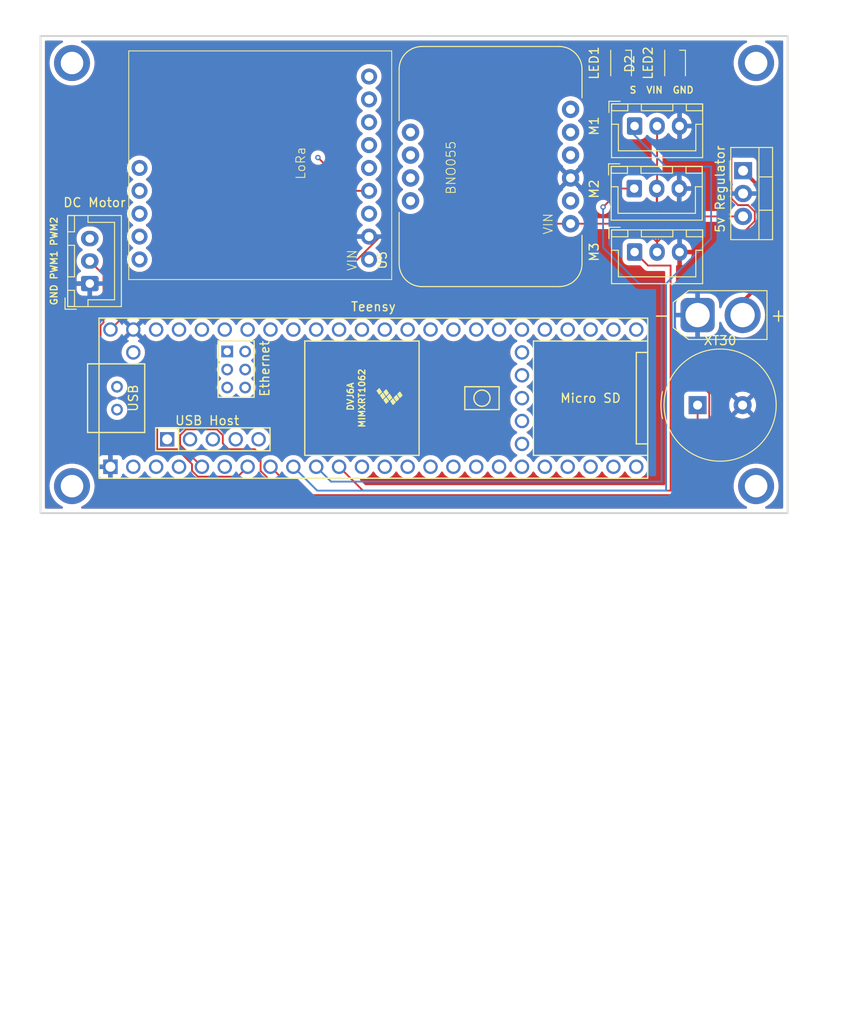
<source format=kicad_pcb>
(kicad_pcb (version 20240108) (generator "pcbnew") (generator_version "8.0")
  (layers (0 "F.Cu" signal) (1 "In1.Cu" signal) (2 "In2.Cu" signal) (31 "B.Cu" signal) (34 "B.Paste" user) (35 "F.Paste" user) (36 "B.SilkS" user "B.Silkscreen") (37 "F.SilkS" user "F.Silkscreen") (38 "B.Mask" user) (39 "F.Mask" user) (44 "Edge.Cuts" user))
  (net 0 "")
  (net 1 "Net-(D1-DOUT)")
  (net 2 "+7.5V")
  (net 3 "Net-(D1-DIN)")
  (net 4 "GND")
  (net 6 "Net-(J1-Pin_22)")
  (net 7 "Net-(J1-Pin_20)")
  (net 8 "Net-(J1-Pin_3)")
  (net 9 "Net-(J1-Pin_2)")
  (net 10 "Net-(J1-Pin_21)")
  (net 11 "Net-(J1-Pin_11)")
  (net 12 "Net-(J1-Pin_23)")
  (net 13 "Net-(J1-Pin_16)")
  (net 14 "Net-(BZ1-+)")
  (net 15 "Net-(J1-Pin_24)")
  (net 16 "Net-(J1-Pin_13)")
  (net 17 "Net-(J1-Pin_9)")
  (net 18 "Net-(J1-Pin_4)")
  (net 19 "Net-(J1-Pin_18)")
  (net 20 "Net-(J1-Pin_14)")
  (net 21 "Net-(J1-Pin_17)")
  (net 22 "Net-(J1-Pin_15)")
  (net 23 "Net-(J1-Pin_12)")
  (net 24 "Net-(J1-Pin_10)")
  (net 25 "Net-(J1-Pin_19)")
  (net 26 "Net-(J2-Pin_1)")
  (net 27 "Net-(J2-Pin_4)")
  (net 28 "Net-(J2-Pin_20)")
  (net 29 "Net-(J2-Pin_6)")
  (net 30 "Net-(J2-Pin_17)")
  (net 31 "Net-(J2-Pin_5)")
  (net 32 "Net-(J2-Pin_3)")
  (net 33 "Net-(J2-Pin_14)")
  (net 34 "Net-(J2-Pin_11)")
  (net 35 "Net-(J2-Pin_19)")
  (net 36 "Net-(J2-Pin_13)")
  (net 37 "Net-(J2-Pin_15)")
  (net 38 "Net-(J2-Pin_9)")
  (net 39 "Net-(J2-Pin_12)")
  (net 40 "Net-(J2-Pin_21)")
  (net 41 "Net-(J2-Pin_8)")
  (net 42 "Net-(J2-Pin_10)")
  (net 43 "Net-(J2-Pin_23)")
  (net 44 "Net-(J2-Pin_7)")
  (net 45 "Net-(J2-Pin_2)")
  (net 46 "Net-(J2-Pin_22)")
  (net 47 "Net-(J2-Pin_16)")
  (net 48 "Net-(J2-Pin_18)")
  (net 68 "Net-(M1-+)")
  (footprint "LoRa_RF95:LoRa_RF95 Breakout" (layer "F.Cu") (at 131.6396 75.1012 90)
    (property "Reference" "U3" (hide yes))
    (property "Value" "~")
    (fp_line (start 12.446 -13.335) (end 12.446 15.875) (stroke (width 0.1)) (layer "F.SilkS"))
    (fp_line (start -12.954 -13.335) (end 12.446 -13.335) (stroke (width 0.1)) (layer "F.SilkS"))
    (fp_line (start 12.446 15.875) (end -12.954 15.875) (stroke (width 0.1)) (layer "F.SilkS"))
    (fp_line (start -12.954 15.875) (end -12.954 -13.335) (stroke (width 0.1)) (layer "F.SilkS"))
    (fp_text user "LoRa" (at -1.905 6.35 90) (layer "F.SilkS") (effects (font (thickness 0.1)) (justify left bottom)))
    (fp_text user "VIN" (at -12.065 12.065 90) (layer "F.SilkS") (effects (font (thickness 0.1)) (justify left bottom)))
    (pad "1" thru_hole circle (at -10.7188 -12.1412 180) (size 1.778 1.778) (drill 1) (layers "*.Cu" "*.Mask"))
    (pad "1" thru_hole circle (at -10.7188 13.3604 180) (size 1.778 1.778) (drill 1) (layers "*.Cu" "*.Mask") (net 68 "Net-(M1-+)"))
    (pad "2" thru_hole circle (at -8.1788 -12.1412 180) (size 1.778 1.778) (drill 1) (layers "*.Cu" "*.Mask"))
    (pad "2" thru_hole circle (at -8.1788 13.3604 180) (size 1.778 1.778) (drill 1) (layers "*.Cu" "*.Mask") (net 4 "GND"))
    (pad "3" thru_hole circle (at -5.6388 -12.1412 180) (size 1.778 1.778) (drill 1) (layers "*.Cu" "*.Mask"))
    (pad "3" thru_hole circle (at -5.6388 13.3604 180) (size 1.778 1.778) (drill 1) (layers "*.Cu" "*.Mask"))
    (pad "4" thru_hole circle (at -3.0988 -12.1412 180) (size 1.778 1.778) (drill 1) (layers "*.Cu" "*.Mask"))
    (pad "4" thru_hole circle (at -3.0988 13.3604 180) (size 1.778 1.778) (drill 1) (layers "*.Cu" "*.Mask") (net 8 "Net-(J1-Pin_3)"))
    (pad "5" thru_hole circle (at -0.5588 -12.1412 180) (size 1.778 1.778) (drill 1) (layers "*.Cu" "*.Mask"))
    (pad "5" thru_hole circle (at -0.5588 13.3604 180) (size 1.778 1.778) (drill 1) (layers "*.Cu" "*.Mask") (net 34 "Net-(J2-Pin_11)"))
    (pad "6" thru_hole circle (at 1.9812 13.3604 180) (size 1.778 1.778) (drill 1) (layers "*.Cu" "*.Mask") (net 20 "Net-(J1-Pin_14)"))
    (pad "7" thru_hole circle (at 4.5212 13.3604 180) (size 1.778 1.778) (drill 1) (layers "*.Cu" "*.Mask") (net 16 "Net-(J1-Pin_13)"))
    (pad "8" thru_hole circle (at 7.0612 13.3604 180) (size 1.778 1.778) (drill 1) (layers "*.Cu" "*.Mask") (net 23 "Net-(J1-Pin_12)"))
    (pad "9" thru_hole circle (at 9.6012 13.3604 180) (size 1.778 1.778) (drill 1) (layers "*.Cu" "*.Mask") (net 40 "Net-(J2-Pin_21)"))
  )
  (footprint "clipboard:09aa8eb1-a52a-4781-9163-6e5cda99305a" (layer "F.Cu") (at 188 111)
    (property "Reference" "" (at 0 0 0) (layer "F.SilkS") (effects (font (size 1.27 1.27))))
    (property "Value" "")
    (pad "SH4" thru_hole circle (at 0 0) (size 4 4) (drill 2.5) (layers "*.Cu" "*.Mask"))
  )
  (footprint "BNO055:BNO055" (layer "F.Cu") (at 158.5 75.5 90)
    (property "Reference" "U5" (at -10.41 -12.045 90) (layer "F.SilkS"))
    (property "Value" "~")
    (fp_line (start 5.0952 -10.16) (end 10.795 -10.16) (stroke (width 0.127)) (layer "F.SilkS"))
    (fp_line (start -10.795 -10.16) (end -5.0952 -10.16) (stroke (width 0.127)) (layer "F.SilkS"))
    (fp_line (start 13.335 -7.62) (end 13.335 7.62) (stroke (width 0.127)) (layer "F.SilkS"))
    (fp_line (start -13.335 7.62) (end -13.335 -7.62) (stroke (width 0.127)) (layer "F.SilkS"))
    (fp_line (start 10.795 10.16) (end 7.6352 10.16) (stroke (width 0.127)) (layer "F.SilkS"))
    (fp_line (start -7.6352 10.16) (end -10.795 10.16) (stroke (width 0.127)) (layer "F.SilkS"))
    (fp_arc (start 10.795 -10.16) (mid 12.591051 -9.416051) (end 13.335 -7.62) (stroke (width 0.127)) (layer "F.SilkS"))
    (fp_arc (start -13.335 -7.62) (mid -12.591051 -9.416051) (end -10.795 -10.16) (stroke (width 0.127)) (layer "F.SilkS"))
    (fp_arc (start 13.335 7.62) (mid 12.591051 9.416051) (end 10.795 10.16) (stroke (width 0.127)) (layer "F.SilkS"))
    (fp_arc (start -10.795 10.16) (mid -12.591051 9.416051) (end -13.335 7.62) (stroke (width 0.127)) (layer "F.SilkS"))
    (fp_text user "VIN" (at -7.62 6.985 90) (layer "F.SilkS") (effects (font (thickness 0.1)) (justify left bottom)))
    (fp_text user "BNO055" (at -3.175 -3.81 90) (layer "F.SilkS") (effects (font (thickness 0.1)) (justify left bottom)))
    (pad "" thru_hole circle (at 3.81 8.89 90) (size 1.9304 1.9304) (drill 1) (layers "*.Cu" "*.Mask"))
    (pad "1" thru_hole circle (at -6.35 8.89 90) (size 1.9304 1.9304) (drill 1) (layers "*.Cu" "*.Mask") (net 68 "Net-(M1-+)"))
    (pad "2" thru_hole circle (at -3.81 8.89 90) (size 1.9304 1.9304) (drill 1) (layers "*.Cu" "*.Mask"))
    (pad "3" thru_hole circle (at -1.27 8.89 90) (size 1.9304 1.9304) (drill 1) (layers "*.Cu" "*.Mask") (net 4 "GND"))
    (pad "4" thru_hole circle (at 1.27 8.89 90) (size 1.9304 1.9304) (drill 1) (layers "*.Cu" "*.Mask"))
    (pad "6" thru_hole circle (at 6.35 8.89 90) (size 1.9304 1.9304) (drill 1) (layers "*.Cu" "*.Mask"))
    (pad "7" thru_hole circle (at 3.81 -8.89 90) (size 1.9304 1.9304) (drill 1) (layers "*.Cu" "*.Mask") (net 43 "Net-(J2-Pin_23)"))
    (pad "8" thru_hole circle (at 1.27 -8.89 90) (size 1.9304 1.9304) (drill 1) (layers "*.Cu" "*.Mask") (net 48 "Net-(J2-Pin_18)"))
    (pad "9" thru_hole circle (at -1.27 -8.89 90) (size 1.9304 1.9304) (drill 1) (layers "*.Cu" "*.Mask") (net 30 "Net-(J2-Pin_17)"))
    (pad "10" thru_hole circle (at -3.81 -8.89 90) (size 1.9304 1.9304) (drill 1) (layers "*.Cu" "*.Mask"))
  )
  (footprint "Connector_JST:JST_XH_B3B-XH-A_1x03_P2.50mm_Vertical" (layer "F.Cu") (at 113.975 88.5 90)
    (property "Reference" "DC Motor" (at 9 0.525 0) (layer "F.SilkS"))
    (property "Value" "PWM DC motor control")
    (fp_line (start -1.6 -2.75) (end -2.85 -2.75) (stroke (width 0.12)) (layer "F.SilkS"))
    (fp_line (start -2.85 -2.75) (end -2.85 -1.5) (stroke (width 0.12)) (layer "F.SilkS"))
    (fp_line (start 7.56 -2.46) (end -2.56 -2.46) (stroke (width 0.12)) (layer "F.SilkS"))
    (fp_line (start -2.56 -2.46) (end -2.56 3.51) (stroke (width 0.12)) (layer "F.SilkS"))
    (fp_line (start 7.55 -2.45) (end 5.75 -2.45) (stroke (width 0.12)) (layer "F.SilkS"))
    (fp_line (start 5.75 -2.45) (end 5.75 -1.7) (stroke (width 0.12)) (layer "F.SilkS"))
    (fp_line (start 4.25 -2.45) (end 0.75 -2.45) (stroke (width 0.12)) (layer "F.SilkS"))
    (fp_line (start 0.75 -2.45) (end 0.75 -1.7) (stroke (width 0.12)) (layer "F.SilkS"))
    (fp_line (start -0.75 -2.45) (end -2.55 -2.45) (stroke (width 0.12)) (layer "F.SilkS"))
    (fp_line (start -2.55 -2.45) (end -2.55 -1.7) (stroke (width 0.12)) (layer "F.SilkS"))
    (fp_line (start 7.55 -1.7) (end 7.55 -2.45) (stroke (width 0.12)) (layer "F.SilkS"))
    (fp_line (start 5.75 -1.7) (end 7.55 -1.7) (stroke (width 0.12)) (layer "F.SilkS"))
    (fp_line (start 4.25 -1.7) (end 4.25 -2.45) (stroke (width 0.12)) (layer "F.SilkS"))
    (fp_line (start 0.75 -1.7) (end 4.25 -1.7) (stroke (width 0.12)) (layer "F.SilkS"))
    (fp_line (start -0.75 -1.7) (end -0.75 -2.45) (stroke (width 0.12)) (layer "F.SilkS"))
    (fp_line (start -2.55 -1.7) (end -0.75 -1.7) (stroke (width 0.12)) (layer "F.SilkS"))
    (fp_line (start 7.55 -0.2) (end 6.8 -0.2) (stroke (width 0.12)) (layer "F.SilkS"))
    (fp_line (start 6.8 -0.2) (end 6.8 2.75) (stroke (width 0.12)) (layer "F.SilkS"))
    (fp_line (start -1.8 -0.2) (end -1.8 2.75) (stroke (width 0.12)) (layer "F.SilkS"))
    (fp_line (start -2.55 -0.2) (end -1.8 -0.2) (stroke (width 0.12)) (layer "F.SilkS"))
    (fp_line (start 6.8 2.75) (end 2.5 2.75) (stroke (width 0.12)) (layer "F.SilkS"))
    (fp_line (start -1.8 2.75) (end 2.5 2.75) (stroke (width 0.12)) (layer "F.SilkS"))
    (fp_line (start 7.56 3.51) (end 7.56 -2.46) (stroke (width 0.12)) (layer "F.SilkS"))
    (fp_line (start -2.56 3.51) (end 7.56 3.51) (stroke (width 0.12)) (layer "F.SilkS"))
    (pad "1" thru_hole roundrect (at 0 0 90) (size 1.7 1.95) (drill 0.95) (layers "*.Cu" "*.Mask") (roundrect_rratio 0.147059) (net 4 "GND"))
    (pad "2" thru_hole oval (at 2.5 0 90) (size 1.7 1.95) (drill 0.95) (layers "*.Cu" "*.Mask"))
    (pad "3" thru_hole oval (at 5 0 90) (size 1.7 1.95) (drill 0.95) (layers "*.Cu" "*.Mask"))
  )
  (footprint "Connector_AMASS:AMASS_XT30U-F_1x02_P5.0mm_Vertical" (layer "F.Cu") (at 181.5 92)
    (property "Reference" "REF**" (hide yes))
    (property "Value" "AMASS_XT30U-F_1x02_P5.0mm_Vertical" (hide yes))
    (fp_line (start -2.71 -1.41) (end -2.71 1.41) (stroke (width 0.12)) (layer "F.SilkS"))
    (fp_line (start -2.71 -1.41) (end -1.01 -2.71) (stroke (width 0.12)) (layer "F.SilkS"))
    (fp_line (start -2.71 1.41) (end -1.01 2.71) (stroke (width 0.12)) (layer "F.SilkS"))
    (fp_line (start -1.01 -2.71) (end 7.71 -2.71) (stroke (width 0.12)) (layer "F.SilkS"))
    (fp_line (start -1.01 2.71) (end 7.71 2.71) (stroke (width 0.12)) (layer "F.SilkS"))
    (fp_line (start 7.71 -2.71) (end 7.71 2.71) (stroke (width 0.12)) (layer "F.SilkS"))
    (fp_text user "+" (at 9 0 0) (layer "F.SilkS") (effects (font (size 1.5 1.5))))
    (fp_text user "-" (at -4 0 0) (layer "F.SilkS") (effects (font (size 1.5 1.5))))
    (pad "1" thru_hole roundrect (at 0 0) (size 3.8 3.8) (drill 2.7) (layers "*.Cu" "*.Mask") (roundrect_rratio 0.2) (net 4 "GND"))
    (pad "2" thru_hole circle (at 5 0) (size 4 4) (drill 2.7) (layers "*.Cu" "*.Mask"))
  )
  (footprint "Package_TO_SOT_THT:TO-220-3_Vertical" (layer "F.Cu") (at 186.555 75.96 -90)
    (property "Reference" "5v Regulator" (at 2.04 2.555 90) (layer "F.SilkS"))
    (property "Value" "LM7805_TO220")
    (fp_line (start -2.58 1.371) (end 7.66 1.371) (stroke (width 0.12)) (layer "F.SilkS"))
    (fp_line (start -2.58 -1.76) (end 7.66 -1.76) (stroke (width 0.12)) (layer "F.SilkS"))
    (fp_line (start -2.58 -3.27) (end -2.58 1.371) (stroke (width 0.12)) (layer "F.SilkS"))
    (fp_line (start -2.58 -3.27) (end 7.66 -3.27) (stroke (width 0.12)) (layer "F.SilkS"))
    (fp_line (start 0.69 -3.27) (end 0.69 -1.76) (stroke (width 0.12)) (layer "F.SilkS"))
    (fp_line (start 4.391 -3.27) (end 4.391 -1.76) (stroke (width 0.12)) (layer "F.SilkS"))
    (fp_line (start 7.66 -3.27) (end 7.66 1.371) (stroke (width 0.12)) (layer "F.SilkS"))
    (pad "1" thru_hole rect (at 0 0 270) (size 1.905 2) (drill 1.1) (layers "*.Cu" "*.Mask"))
    (pad "2" thru_hole oval (at 2.54 0 270) (size 1.905 2) (drill 1.1) (layers "*.Cu" "*.Mask") (net 4 "GND"))
    (pad "3" thru_hole oval (at 5.08 0 270) (size 1.905 2) (drill 1.1) (layers "*.Cu" "*.Mask") (net 68 "Net-(M1-+)"))
  )
  (footprint "Connector_JST:JST_XH_B3B-XH-A_1x03_P2.50mm_Vertical" (layer "F.Cu") (at 174.5 85)
    (property "Reference" "M3" (at -4.5 0 90) (layer "F.SilkS"))
    (property "Value" "Motor_Servo")
    (fp_line (start -2.85 -2.75) (end -2.85 -1.5) (stroke (width 0.12)) (layer "F.SilkS"))
    (fp_line (start -2.56 -2.46) (end -2.56 3.51) (stroke (width 0.12)) (layer "F.SilkS"))
    (fp_line (start -2.56 3.51) (end 7.56 3.51) (stroke (width 0.12)) (layer "F.SilkS"))
    (fp_line (start -2.55 -2.45) (end -2.55 -1.7) (stroke (width 0.12)) (layer "F.SilkS"))
    (fp_line (start -2.55 -1.7) (end -0.75 -1.7) (stroke (width 0.12)) (layer "F.SilkS"))
    (fp_line (start -2.55 -0.2) (end -1.8 -0.2) (stroke (width 0.12)) (layer "F.SilkS"))
    (fp_line (start -1.8 -0.2) (end -1.8 2.75) (stroke (width 0.12)) (layer "F.SilkS"))
    (fp_line (start -1.8 2.75) (end 2.5 2.75) (stroke (width 0.12)) (layer "F.SilkS"))
    (fp_line (start -1.6 -2.75) (end -2.85 -2.75) (stroke (width 0.12)) (layer "F.SilkS"))
    (fp_line (start -0.75 -2.45) (end -2.55 -2.45) (stroke (width 0.12)) (layer "F.SilkS"))
    (fp_line (start -0.75 -1.7) (end -0.75 -2.45) (stroke (width 0.12)) (layer "F.SilkS"))
    (fp_line (start 0.75 -2.45) (end 0.75 -1.7) (stroke (width 0.12)) (layer "F.SilkS"))
    (fp_line (start 0.75 -1.7) (end 4.25 -1.7) (stroke (width 0.12)) (layer "F.SilkS"))
    (fp_line (start 4.25 -2.45) (end 0.75 -2.45) (stroke (width 0.12)) (layer "F.SilkS"))
    (fp_line (start 4.25 -1.7) (end 4.25 -2.45) (stroke (width 0.12)) (layer "F.SilkS"))
    (fp_line (start 5.75 -2.45) (end 5.75 -1.7) (stroke (width 0.12)) (layer "F.SilkS"))
    (fp_line (start 5.75 -1.7) (end 7.55 -1.7) (stroke (width 0.12)) (layer "F.SilkS"))
    (fp_line (start 6.8 -0.2) (end 6.8 2.75) (stroke (width 0.12)) (layer "F.SilkS"))
    (fp_line (start 6.8 2.75) (end 2.5 2.75) (stroke (width 0.12)) (layer "F.SilkS"))
    (fp_line (start 7.55 -2.45) (end 5.75 -2.45) (stroke (width 0.12)) (layer "F.SilkS"))
    (fp_line (start 7.55 -1.7) (end 7.55 -2.45) (stroke (width 0.12)) (layer "F.SilkS"))
    (fp_line (start 7.55 -0.2) (end 6.8 -0.2) (stroke (width 0.12)) (layer "F.SilkS"))
    (fp_line (start 7.56 -2.46) (end -2.56 -2.46) (stroke (width 0.12)) (layer "F.SilkS"))
    (fp_line (start 7.56 3.51) (end 7.56 -2.46) (stroke (width 0.12)) (layer "F.SilkS"))
    (pad "1" thru_hole roundrect (at 0 0) (size 1.7 1.95) (drill 0.95) (layers "*.Cu" "*.Mask") (roundrect_rratio 0.147059) (net 11 "Net-(J1-Pin_11)"))
    (pad "2" thru_hole oval (at 2.5 0) (size 1.7 1.95) (drill 0.95) (layers "*.Cu" "*.Mask") (net 68 "Net-(M1-+)"))
    (pad "3" thru_hole oval (at 5 0) (size 1.7 1.95) (drill 0.95) (layers "*.Cu" "*.Mask") (net 4 "GND"))
  )
  (footprint "LED_SMD:LED_WS2812B-2020_PLCC4_2.0x2.0mm" (layer "F.Cu") (at 173 64 -90)
    (property "Reference" "D2" (at 0.085 -0.95 90) (layer "F.SilkS"))
    (property "Value" "WS2812B-2020")
    (fp_line (start -1.42 1.15) (end 1.42 1.15) (stroke (width 0.12)) (layer "F.SilkS"))
    (fp_line (start -1.42 -1.15) (end -1.42 -0.5) (stroke (width 0.12)) (layer "F.SilkS"))
    (fp_line (start -1.42 -1.15) (end 1.42 -1.15) (stroke (width 0.12)) (layer "F.SilkS"))
    (pad "1" smd rect (at -0.915 -0.55 270) (size 0.7 0.7) (layers "F.Cu" "F.Paste" "F.Mask"))
    (pad "2" smd rect (at -0.915 0.55 270) (size 0.7 0.7) (layers "F.Cu" "F.Paste" "F.Mask") (net 4 "GND"))
    (pad "3" smd rect (at 0.915 0.55 270) (size 0.7 0.7) (layers "F.Cu" "F.Paste" "F.Mask") (net 1 "Net-(D1-DOUT)"))
    (pad "4" smd rect (at 0.915 -0.55 270) (size 0.7 0.7) (layers "F.Cu" "F.Paste" "F.Mask") (net 2 "+7.5V"))
  )
  (footprint "Connector_JST:JST_XH_B3B-XH-A_1x03_P2.50mm_Vertical" (layer "F.Cu") (at 174.46 77.945)
    (property "Reference" "M2" (at -4.46 0.055 90) (layer "F.SilkS"))
    (property "Value" "Motor_Servo")
    (fp_line (start -2.85 -2.75) (end -2.85 -1.5) (stroke (width 0.12)) (layer "F.SilkS"))
    (fp_line (start -2.56 -2.46) (end -2.56 3.51) (stroke (width 0.12)) (layer "F.SilkS"))
    (fp_line (start -2.56 3.51) (end 7.56 3.51) (stroke (width 0.12)) (layer "F.SilkS"))
    (fp_line (start -2.55 -2.45) (end -2.55 -1.7) (stroke (width 0.12)) (layer "F.SilkS"))
    (fp_line (start -2.55 -1.7) (end -0.75 -1.7) (stroke (width 0.12)) (layer "F.SilkS"))
    (fp_line (start -2.55 -0.2) (end -1.8 -0.2) (stroke (width 0.12)) (layer "F.SilkS"))
    (fp_line (start -1.8 -0.2) (end -1.8 2.75) (stroke (width 0.12)) (layer "F.SilkS"))
    (fp_line (start -1.8 2.75) (end 2.5 2.75) (stroke (width 0.12)) (layer "F.SilkS"))
    (fp_line (start -1.6 -2.75) (end -2.85 -2.75) (stroke (width 0.12)) (layer "F.SilkS"))
    (fp_line (start -0.75 -2.45) (end -2.55 -2.45) (stroke (width 0.12)) (layer "F.SilkS"))
    (fp_line (start -0.75 -1.7) (end -0.75 -2.45) (stroke (width 0.12)) (layer "F.SilkS"))
    (fp_line (start 0.75 -2.45) (end 0.75 -1.7) (stroke (width 0.12)) (layer "F.SilkS"))
    (fp_line (start 0.75 -1.7) (end 4.25 -1.7) (stroke (width 0.12)) (layer "F.SilkS"))
    (fp_line (start 4.25 -2.45) (end 0.75 -2.45) (stroke (width 0.12)) (layer "F.SilkS"))
    (fp_line (start 4.25 -1.7) (end 4.25 -2.45) (stroke (width 0.12)) (layer "F.SilkS"))
    (fp_line (start 5.75 -2.45) (end 5.75 -1.7) (stroke (width 0.12)) (layer "F.SilkS"))
    (fp_line (start 5.75 -1.7) (end 7.55 -1.7) (stroke (width 0.12)) (layer "F.SilkS"))
    (fp_line (start 6.8 -0.2) (end 6.8 2.75) (stroke (width 0.12)) (layer "F.SilkS"))
    (fp_line (start 6.8 2.75) (end 2.5 2.75) (stroke (width 0.12)) (layer "F.SilkS"))
    (fp_line (start 7.55 -2.45) (end 5.75 -2.45) (stroke (width 0.12)) (layer "F.SilkS"))
    (fp_line (start 7.55 -1.7) (end 7.55 -2.45) (stroke (width 0.12)) (layer "F.SilkS"))
    (fp_line (start 7.55 -0.2) (end 6.8 -0.2) (stroke (width 0.12)) (layer "F.SilkS"))
    (fp_line (start 7.56 -2.46) (end -2.56 -2.46) (stroke (width 0.12)) (layer "F.SilkS"))
    (fp_line (start 7.56 3.51) (end 7.56 -2.46) (stroke (width 0.12)) (layer "F.SilkS"))
    (pad "1" thru_hole roundrect (at 0 0) (size 1.7 1.95) (drill 0.95) (layers "*.Cu" "*.Mask") (roundrect_rratio 0.147059) (net 24 "Net-(J1-Pin_10)"))
    (pad "2" thru_hole oval (at 2.5 0) (size 1.7 1.95) (drill 0.95) (layers "*.Cu" "*.Mask") (net 68 "Net-(M1-+)"))
    (pad "3" thru_hole oval (at 5 0) (size 1.7 1.95) (drill 0.95) (layers "*.Cu" "*.Mask") (net 4 "GND"))
  )
  (footprint "Connector_JST:JST_XH_B3B-XH-A_1x03_P2.50mm_Vertical" (layer "F.Cu") (at 174.5 71)
    (property "Reference" "M1" (at -4.5 0 90) (layer "F.SilkS"))
    (property "Value" "Motor_Servo")
    (fp_line (start -2.85 -2.75) (end -2.85 -1.5) (stroke (width 0.12)) (layer "F.SilkS"))
    (fp_line (start -2.56 -2.46) (end -2.56 3.51) (stroke (width 0.12)) (layer "F.SilkS"))
    (fp_line (start -2.56 3.51) (end 7.56 3.51) (stroke (width 0.12)) (layer "F.SilkS"))
    (fp_line (start -2.55 -2.45) (end -2.55 -1.7) (stroke (width 0.12)) (layer "F.SilkS"))
    (fp_line (start -2.55 -1.7) (end -0.75 -1.7) (stroke (width 0.12)) (layer "F.SilkS"))
    (fp_line (start -2.55 -0.2) (end -1.8 -0.2) (stroke (width 0.12)) (layer "F.SilkS"))
    (fp_line (start -1.8 -0.2) (end -1.8 2.75) (stroke (width 0.12)) (layer "F.SilkS"))
    (fp_line (start -1.8 2.75) (end 2.5 2.75) (stroke (width 0.12)) (layer "F.SilkS"))
    (fp_line (start -1.6 -2.75) (end -2.85 -2.75) (stroke (width 0.12)) (layer "F.SilkS"))
    (fp_line (start -0.75 -2.45) (end -2.55 -2.45) (stroke (width 0.12)) (layer "F.SilkS"))
    (fp_line (start -0.75 -1.7) (end -0.75 -2.45) (stroke (width 0.12)) (layer "F.SilkS"))
    (fp_line (start 0.75 -2.45) (end 0.75 -1.7) (stroke (width 0.12)) (layer "F.SilkS"))
    (fp_line (start 0.75 -1.7) (end 4.25 -1.7) (stroke (width 0.12)) (layer "F.SilkS"))
    (fp_line (start 4.25 -2.45) (end 0.75 -2.45) (stroke (width 0.12)) (layer "F.SilkS"))
    (fp_line (start 4.25 -1.7) (end 4.25 -2.45) (stroke (width 0.12)) (layer "F.SilkS"))
    (fp_line (start 5.75 -2.45) (end 5.75 -1.7) (stroke (width 0.12)) (layer "F.SilkS"))
    (fp_line (start 5.75 -1.7) (end 7.55 -1.7) (stroke (width 0.12)) (layer "F.SilkS"))
    (fp_line (start 6.8 -0.2) (end 6.8 2.75) (stroke (width 0.12)) (layer "F.SilkS"))
    (fp_line (start 6.8 2.75) (end 2.5 2.75) (stroke (width 0.12)) (layer "F.SilkS"))
    (fp_line (start 7.55 -2.45) (end 5.75 -2.45) (stroke (width 0.12)) (layer "F.SilkS"))
    (fp_line (start 7.55 -1.7) (end 7.55 -2.45) (stroke (width 0.12)) (layer "F.SilkS"))
    (fp_line (start 7.55 -0.2) (end 6.8 -0.2) (stroke (width 0.12)) (layer "F.SilkS"))
    (fp_line (start 7.56 -2.46) (end -2.56 -2.46) (stroke (width 0.12)) (layer "F.SilkS"))
    (fp_line (start 7.56 3.51) (end 7.56 -2.46) (stroke (width 0.12)) (layer "F.SilkS"))
    (pad "1" thru_hole roundrect (at 0 0) (size 1.7 1.95) (drill 0.95) (layers "*.Cu" "*.Mask") (roundrect_rratio 0.147059) (net 17 "Net-(J1-Pin_9)"))
    (pad "2" thru_hole oval (at 2.5 0) (size 1.7 1.95) (drill 0.95) (layers "*.Cu" "*.Mask") (net 68 "Net-(M1-+)"))
    (pad "3" thru_hole oval (at 5 0) (size 1.7 1.95) (drill 0.95) (layers "*.Cu" "*.Mask") (net 4 "GND"))
  )
  (footprint "clipboard:09aa8eb1-a52a-4781-9163-6e5cda99305a" (layer "F.Cu") (at 112 111)
    (property "Reference" "" (at 0 0 0) (layer "F.SilkS") (effects (font (size 1.27 1.27))))
    (property "Value" "")
    (pad "SH4" thru_hole circle (at 0 0) (size 4 4) (drill 2.5) (layers "*.Cu" "*.Mask"))
  )
  (footprint "Teensy4.1:Teensy41" (layer "F.Cu") (at 145.48 101.23)
    (property "Reference" "Teensy" (at 0 -10.16 0) (layer "F.SilkS"))
    (property "Value" "Teensy4.1")
    (fp_line (start -31.75 -3.81) (end -30.48 -3.81) (stroke (width 0.15)) (layer "F.SilkS"))
    (fp_line (start -31.75 3.81) (end -31.75 -3.81) (stroke (width 0.15)) (layer "F.SilkS"))
    (fp_line (start -30.48 -8.89) (end 30.48 -8.89) (stroke (width 0.15)) (layer "F.SilkS"))
    (fp_line (start -30.48 3.81) (end -31.75 3.81) (stroke (width 0.15)) (layer "F.SilkS"))
    (fp_line (start -30.48 8.89) (end -30.48 -8.89) (stroke (width 0.15)) (layer "F.SilkS"))
    (fp_line (start -25.4 -3.81) (end -30.48 -3.81) (stroke (width 0.15)) (layer "F.SilkS"))
    (fp_line (start -25.4 3.81) (end -30.48 3.81) (stroke (width 0.15)) (layer "F.SilkS"))
    (fp_line (start -25.4 3.81) (end -25.4 -3.81) (stroke (width 0.15)) (layer "F.SilkS"))
    (fp_line (start -24.1808 3.2992) (end -21.6408 3.2992) (stroke (width 0.15)) (layer "F.SilkS"))
    (fp_line (start -24.1808 3.2992) (end -11.4808 3.2992) (stroke (width 0.15)) (layer "F.SilkS"))
    (fp_line (start -24.1808 5.8392) (end -24.1808 3.2992) (stroke (width 0.15)) (layer "F.SilkS"))
    (fp_line (start -21.6408 3.2992) (end -21.6408 5.8392) (stroke (width 0.15)) (layer "F.SilkS"))
    (fp_line (start -17.25 -6.3516) (end -17.25 -6.1016) (stroke (width 0.15)) (layer "F.SilkS"))
    (fp_line (start -17.25 -6.1016) (end -17.25 -0.1016) (stroke (width 0.15)) (layer "F.SilkS"))
    (fp_line (start -17.25 -0.1016) (end -13.25 -0.1016) (stroke (width 0.15)) (layer "F.SilkS"))
    (fp_line (start -13.25 -6.3516) (end -17.25 -6.3516) (stroke (width 0.15)) (layer "F.SilkS"))
    (fp_line (start -13.25 -0.1016) (end -13.25 -6.3516) (stroke (width 0.15)) (layer "F.SilkS"))
    (fp_line (start -11.4808 3.2992) (end -11.4808 5.8392) (stroke (width 0.15)) (layer "F.SilkS"))
    (fp_line (start -11.4808 5.8392) (end -24.1808 5.8392) (stroke (width 0.15)) (layer "F.SilkS"))
    (fp_line (start -7.62 -6.35) (end -7.62 6.35) (stroke (width 0.15)) (layer "F.SilkS"))
    (fp_line (start -7.62 6.35) (end 5.08 6.35) (stroke (width 0.15)) (layer "F.SilkS"))
    (fp_line (start 5.08 -6.35) (end -7.62 -6.35) (stroke (width 0.15)) (layer "F.SilkS"))
    (fp_line (start 5.08 6.35) (end 5.08 -6.35) (stroke (width 0.15)) (layer "F.SilkS"))
    (fp_line (start 10.16 -1.27) (end 13.97 -1.27) (stroke (width 0.15)) (layer "F.SilkS"))
    (fp_line (start 10.16 1.27) (end 10.16 -1.27) (stroke (width 0.15)) (layer "F.SilkS"))
    (fp_line (start 13.97 -1.27) (end 13.97 1.27) (stroke (width 0.15)) (layer "F.SilkS"))
    (fp_line (start 13.97 1.27) (end 10.16 1.27) (stroke (width 0.15)) (layer "F.SilkS"))
    (fp_line (start 17.78 -6.35) (end 17.78 6.35) (stroke (width 0.15)) (layer "F.SilkS"))
    (fp_line (start 17.78 6.35) (end 30.48 6.35) (stroke (width 0.15)) (layer "F.SilkS"))
    (fp_line (start 29.21 -5.08) (end 29.21 5.08) (stroke (width 0.15)) (layer "F.SilkS"))
    (fp_line (start 29.21 5.08) (end 30.48 5.08) (stroke (width 0.15)) (layer "F.SilkS"))
    (fp_line (start 30.48 -8.89) (end 30.48 8.89) (stroke (width 0.15)) (layer "F.SilkS"))
    (fp_line (start 30.48 -6.35) (end 17.78 -6.35) (stroke (width 0.15)) (layer "F.SilkS"))
    (fp_line (start 30.48 -5.08) (end 29.21 -5.08) (stroke (width 0.15)) (layer "F.SilkS"))
    (fp_line (start 30.48 8.89) (end -30.48 8.89) (stroke (width 0.15)) (layer "F.SilkS"))
    (fp_circle (center 12.065 0) (end 12.7 -0.635) (stroke (width 0.15)) (fill none) (layer "F.SilkS"))
    (fp_poly (pts (xy 0.911 -0.688) (xy 0.657 -0.434) (xy 0.403 -0.815) (xy 0.657 -1.069)) (stroke (width 0.1)) (fill solid) (layer "F.SilkS"))
    (fp_poly (pts (xy 1.292 -0.18) (xy 1.038 0.074) (xy 0.784 -0.307) (xy 1.038 -0.561)) (stroke (width 0.1)) (fill solid) (layer "F.SilkS"))
    (fp_poly (pts (xy 1.673 -0.561) (xy 1.419 -0.307) (xy 1.165 -0.688) (xy 1.419 -0.942)) (stroke (width 0.1)) (fill solid) (layer "F.SilkS"))
    (fp_poly (pts (xy 1.673 0.328) (xy 1.419 0.582) (xy 1.165 0.201) (xy 1.419 -0.053)) (stroke (width 0.1)) (fill solid) (layer "F.SilkS"))
    (fp_poly (pts (xy 2.054 -0.053) (xy 1.8 0.201) (xy 1.546 -0.18) (xy 1.8 -0.434)) (stroke (width 0.1)) (fill solid) (layer "F.SilkS"))
    (fp_poly (pts (xy 2.435 0.455) (xy 2.181 0.709) (xy 1.927 0.328) (xy 2.181 0.074)) (stroke (width 0.1)) (fill solid) (layer "F.SilkS"))
    (fp_poly (pts (xy 2.816 0.074) (xy 2.562 0.328) (xy 2.308 -0.053) (xy 2.562 -0.307)) (stroke (width 0.1)) (fill solid) (layer "F.SilkS"))
    (fp_poly (pts (xy 3.197 -0.307) (xy 2.943 -0.053) (xy 2.689 -0.434) (xy 2.943 -0.688)) (stroke (width 0.1)) (fill solid) (layer "F.SilkS"))
    (fp_text user "USB Host" (at -18.4658 2.4892 0) (layer "F.SilkS"))
    (fp_text user "Micro SD" (at 24.13 0 0) (layer "F.SilkS"))
    (fp_text user "MIMXRT1062" (at -1.27 0 -90) (layer "F.SilkS") (effects (font (size 0.7 0.7))))
    (fp_text user "DVJ6A" (at -2.54 -0.18 -90) (layer "F.SilkS") (effects (font (size 0.7 0.7))))
    (fp_text user "USB" (at -26.67 0 -90) (layer "F.SilkS"))
    (fp_text user "Ethernet" (at -12.065 -3.2766 90) (layer "F.SilkS"))
    (pad "1" thru_hole rect (at -29.21 7.62) (size 1.6 1.6) (drill 1.1) (layers "*.Cu" "*.Mask") (net 4 "GND"))
    (pad "2" thru_hole circle (at -26.67 7.62) (size 1.6 1.6) (drill 1.1) (layers "*.Cu" "*.Mask") (net 9 "Net-(J1-Pin_2)"))
    (pad "3" thru_hole circle (at -24.13 7.62) (size 1.6 1.6) (drill 1.1) (layers "*.Cu" "*.Mask") (net 8 "Net-(J1-Pin_3)"))
    (pad "4" thru_hole circle (at -21.59 7.62) (size 1.6 1.6) (drill 1.1) (layers "*.Cu" "*.Mask") (net 18 "Net-(J1-Pin_4)"))
    (pad "5" thru_hole circle (at -19.05 7.62) (size 1.6 1.6) (drill 1.1) (layers "*.Cu" "*.Mask") (net 3 "Net-(D1-DIN)"))
    (pad "6" thru_hole circle (at -16.51 7.62) (size 1.6 1.6) (drill 1.1) (layers "*.Cu" "*.Mask"))
    (pad "7" thru_hole circle (at -13.97 7.62) (size 1.6 1.6) (drill 1.1) (layers "*.Cu" "*.Mask"))
    (pad "8" thru_hole circle (at -11.43 7.62) (size 1.6 1.6) (drill 1.1) (layers "*.Cu" "*.Mask") (net 14 "Net-(BZ1-+)"))
    (pad "9" thru_hole circle (at -8.89 7.62) (size 1.6 1.6) (drill 1.1) (layers "*.Cu" "*.Mask") (net 17 "Net-(J1-Pin_9)"))
    (pad "10" thru_hole circle (at -6.35 7.62) (size 1.6 1.6) (drill 1.1) (layers "*.Cu" "*.Mask") (net 24 "Net-(J1-Pin_10)"))
    (pad "11" thru_hole circle (at -3.81 7.62) (size 1.6 1.6) (drill 1.1) (layers "*.Cu" "*.Mask") (net 11 "Net-(J1-Pin_11)"))
    (pad "12" thru_hole circle (at -1.27 7.62) (size 1.6 1.6) (drill 1.1) (layers "*.Cu" "*.Mask") (net 23 "Net-(J1-Pin_12)"))
    (pad "13" thru_hole circle (at 1.27 7.62) (size 1.6 1.6) (drill 1.1) (layers "*.Cu" "*.Mask") (net 16 "Net-(J1-Pin_13)"))
    (pad "14" thru_hole circle (at 3.81 7.62) (size 1.6 1.6) (drill 1.1) (layers "*.Cu" "*.Mask") (net 20 "Net-(J1-Pin_14)"))
    (pad "15" thru_hole circle (at 6.35 7.62) (size 1.6 1.6) (drill 1.1) (layers "*.Cu" "*.Mask") (net 22 "Net-(J1-Pin_15)"))
    (pad "16" thru_hole circle (at 8.89 7.62) (size 1.6 1.6) (drill 1.1) (layers "*.Cu" "*.Mask") (net 13 "Net-(J1-Pin_16)"))
    (pad "17" thru_hole circle (at 11.43 7.62) (size 1.6 1.6) (drill 1.1) (layers "*.Cu" "*.Mask") (net 21 "Net-(J1-Pin_17)"))
    (pad "18" thru_hole circle (at 13.97 7.62) (size 1.6 1.6) (drill 1.1) (layers "*.Cu" "*.Mask") (net 19 "Net-(J1-Pin_18)"))
    (pad "19" thru_hole circle (at 16.51 7.62) (size 1.6 1.6) (drill 1.1) (layers "*.Cu" "*.Mask") (net 25 "Net-(J1-Pin_19)"))
    (pad "20" thru_hole circle (at 19.05 7.62) (size 1.6 1.6) (drill 1.1) (layers "*.Cu" "*.Mask") (net 7 "Net-(J1-Pin_20)"))
    (pad "21" thru_hole circle (at 21.59 7.62) (size 1.6 1.6) (drill 1.1) (layers "*.Cu" "*.Mask") (net 10 "Net-(J1-Pin_21)"))
    (pad "22" thru_hole circle (at 24.13 7.62) (size 1.6 1.6) (drill 1.1) (layers "*.Cu" "*.Mask") (net 6 "Net-(J1-Pin_22)"))
    (pad "23" thru_hole circle (at 26.67 7.62) (size 1.6 1.6) (drill 1.1) (layers "*.Cu" "*.Mask") (net 12 "Net-(J1-Pin_23)"))
    (pad "24" thru_hole circle (at 29.21 7.62) (size 1.6 1.6) (drill 1.1) (layers "*.Cu" "*.Mask") (net 15 "Net-(J1-Pin_24)"))
    (pad "25" thru_hole circle (at 29.21 -7.62) (size 1.6 1.6) (drill 1.1) (layers "*.Cu" "*.Mask") (net 26 "Net-(J2-Pin_1)"))
    (pad "26" thru_hole circle (at 26.67 -7.62) (size 1.6 1.6) (drill 1.1) (layers "*.Cu" "*.Mask") (net 45 "Net-(J2-Pin_2)"))
    (pad "27" thru_hole circle (at 24.13 -7.62) (size 1.6 1.6) (drill 1.1) (layers "*.Cu" "*.Mask") (net 32 "Net-(J2-Pin_3)"))
    (pad "28" thru_hole circle (at 21.59 -7.62) (size 1.6 1.6) (drill 1.1) (layers "*.Cu" "*.Mask") (net 27 "Net-(J2-Pin_4)"))
    (pad "29" thru_hole circle (at 19.05 -7.62) (size 1.6 1.6) (drill 1.1) (layers "*.Cu" "*.Mask") (net 31 "Net-(J2-Pin_5)"))
    (pad "30" thru_hole circle (at 16.51 -7.62) (size 1.6 1.6) (drill 1.1) (layers "*.Cu" "*.Mask") (net 29 "Net-(J2-Pin_6)"))
    (pad "31" thru_hole circle (at 13.97 -7.62) (size 1.6 1.6) (drill 1.1) (layers "*.Cu" "*.Mask") (net 44 "Net-(J2-Pin_7)"))
    (pad "32" thru_hole circle (at 11.43 -7.62) (size 1.6 1.6) (drill 1.1) (layers "*.Cu" "*.Mask") (net 41 "Net-(J2-Pin_8)"))
    (pad "33" thru_hole circle (at 8.89 -7.62) (size 1.6 1.6) (drill 1.1) (layers "*.Cu" "*.Mask") (net 38 "Net-(J2-Pin_9)"))
    (pad "34" thru_hole circle (at 6.35 -7.62) (size 1.6 1.6) (drill 1.1) (layers "*.Cu" "*.Mask") (net 42 "Net-(J2-Pin_10)"))
    (pad "35" thru_hole circle (at 3.81 -7.62) (size 1.6 1.6) (drill 1.1) (layers "*.Cu" "*.Mask") (net 34 "Net-(J2-Pin_11)"))
    (pad "36" thru_hole circle (at 1.27 -7.62) (size 1.6 1.6) (drill 1.1) (layers "*.Cu" "*.Mask") (net 39 "Net-(J2-Pin_12)"))
    (pad "37" thru_hole circle (at -1.27 -7.62) (size 1.6 1.6) (drill 1.1) (layers "*.Cu" "*.Mask") (net 36 "Net-(J2-Pin_13)"))
    (pad "38" thru_hole circle (at -3.81 -7.62) (size 1.6 1.6) (drill 1.1) (layers "*.Cu" "*.Mask") (net 33 "Net-(J2-Pin_14)"))
    (pad "39" thru_hole circle (at -6.35 -7.62) (size 1.6 1.6) (drill 1.1) (layers "*.Cu" "*.Mask") (net 37 "Net-(J2-Pin_15)"))
    (pad "40" thru_hole circle (at -8.89 -7.62) (size 1.6 1.6) (drill 1.1) (layers "*.Cu" "*.Mask") (net 47 "Net-(J2-Pin_16)"))
    (pad "41" thru_hole circle (at -11.43 -7.62) (size 1.6 1.6) (drill 1.1) (layers "*.Cu" "*.Mask"))
    (pad "42" thru_hole circle (at -13.97 -7.62) (size 1.6 1.6) (drill 1.1) (layers "*.Cu" "*.Mask"))
    (pad "43" thru_hole circle (at -16.51 -7.62) (size 1.6 1.6) (drill 1.1) (layers "*.Cu" "*.Mask") (net 35 "Net-(J2-Pin_19)"))
    (pad "44" thru_hole circle (at -19.05 -7.62) (size 1.6 1.6) (drill 1.1) (layers "*.Cu" "*.Mask") (net 28 "Net-(J2-Pin_20)"))
    (pad "45" thru_hole circle (at -21.59 -7.62) (size 1.6 1.6) (drill 1.1) (layers "*.Cu" "*.Mask") (net 40 "Net-(J2-Pin_21)"))
    (pad "46" thru_hole circle (at -24.13 -7.62) (size 1.6 1.6) (drill 1.1) (layers "*.Cu" "*.Mask") (net 46 "Net-(J2-Pin_22)"))
    (pad "47" thru_hole circle (at -26.67 -7.62) (size 1.6 1.6) (drill 1.1) (layers "*.Cu" "*.Mask") (net 4 "GND"))
    (pad "48" thru_hole circle (at -29.21 -7.62) (size 1.6 1.6) (drill 1.1) (layers "*.Cu" "*.Mask") (net 68 "Net-(M1-+)"))
    (pad "49" thru_hole circle (at -26.67 -5.08) (size 1.6 1.6) (drill 1.1) (layers "*.Cu" "*.Mask"))
    (pad "50" thru_hole circle (at 16.51 5.08) (size 1.6 1.6) (drill 1.1) (layers "*.Cu" "*.Mask"))
    (pad "51" thru_hole circle (at 16.51 2.54) (size 1.6 1.6) (drill 1.1) (layers "*.Cu" "*.Mask"))
    (pad "52" thru_hole circle (at 16.51 0) (size 1.6 1.6) (drill 1.1) (layers "*.Cu" "*.Mask"))
    (pad "53" thru_hole circle (at 16.51 -2.54) (size 1.6 1.6) (drill 1.1) (layers "*.Cu" "*.Mask"))
    (pad "54" thru_hole circle (at 16.51 -5.08) (size 1.6 1.6) (drill 1.1) (layers "*.Cu" "*.Mask"))
    (pad "55" thru_hole rect (at -22.9108 4.5692) (size 1.6 1.6) (drill 1.1) (layers "*.Cu" "*.Mask"))
    (pad "56" thru_hole circle (at -20.3708 4.5692) (size 1.6 1.6) (drill 1.1) (layers "*.Cu" "*.Mask"))
    (pad "57" thru_hole circle (at -17.8308 4.5692) (size 1.6 1.6) (drill 1.1) (layers "*.Cu" "*.Mask"))
    (pad "58" thru_hole circle (at -15.2908 4.5692) (size 1.6 1.6) (drill 1.1) (layers "*.Cu" "*.Mask"))
    (pad "59" thru_hole circle (at -12.7508 4.5692) (size 1.6 1.6) (drill 1.1) (layers "*.Cu" "*.Mask"))
    (pad "60" thru_hole rect (at -16.24 -5.1816) (size 1.3 1.3) (drill 0.8) (layers "*.Cu" "*.Mask"))
    (pad "61" thru_hole circle (at -16.24 -3.1816) (size 1.3 1.3) (drill 0.8) (layers "*.Cu" "*.Mask"))
    (pad "62" thru_hole circle (at -16.24 -1.1816) (size 1.3 1.3) (drill 0.8) (layers "*.Cu" "*.Mask"))
    (pad "63" thru_hole circle (at -14.24 -1.1816) (size 1.3 1.3) (drill 0.8) (layers "*.Cu" "*.Mask"))
    (pad "64" thru_hole circle (at -14.24 -3.1816) (size 1.3 1.3) (drill 0.8) (layers "*.Cu" "*.Mask"))
    (pad "65" thru_hole circle (at -14.24 -5.1816) (size 1.3 1.3) (drill 0.8) (layers "*.Cu" "*.Mask"))
    (pad "66" thru_hole circle (at -28.48 -1.27) (size 1.3 1.3) (drill 0.8) (layers "*.Cu" "*.Mask"))
    (pad "67" thru_hole circle (at -28.48 1.27) (size 1.3 1.3) (drill 0.8) (layers "*.Cu" "*.Mask"))
  )
  (footprint "clipboard:09aa8eb1-a52a-4781-9163-6e5cda99305a" (layer "F.Cu") (at 188 64)
    (property "Reference" "" (at 0 0 0) (layer "F.SilkS") (effects (font (size 1.27 1.27))))
    (property "Value" "")
    (pad "SH4" thru_hole circle (at 0 0) (size 4 4) (drill 2.5) (layers "*.Cu" "*.Mask"))
  )
  (footprint "Buzzer_Beeper:Buzzer_TDK_PS1240P02BT_D12.2mm_H6.5mm" (layer "F.Cu") (at 181.5 102)
    (property "Reference" "XT30" (at 2.5 -7.17 0) (layer "F.SilkS"))
    (property "Value" "Buzzer")
    (fp_arc (start -3.9 1.499999) (mid -4.073431 0) (end -3.9 -1.5) (stroke (width 0.12)) (layer "F.SilkS"))
    (fp_circle (center 2.5 0) (end 8.73 0) (stroke (width 0.12)) (fill none) (layer "F.SilkS"))
    (pad "1" thru_hole rect (at 0 0) (size 2 2) (drill 1) (layers "*.Cu" "*.Mask") (net 14 "Net-(BZ1-+)"))
    (pad "2" thru_hole circle (at 5 0) (size 2 2) (drill 1) (layers "*.Cu" "*.Mask") (net 4 "GND"))
  )
  (footprint "LED_SMD:LED_WS2812B-2020_PLCC4_2.0x2.0mm" (layer "F.Cu") (at 179 64 -90)
    (property "Reference" "D1" (hide yes))
    (property "Value" "WS2812B-2020")
    (fp_line (start -1.42 1.15) (end 1.42 1.15) (stroke (width 0.12)) (layer "F.SilkS"))
    (fp_line (start -1.42 -1.15) (end -1.42 -0.5) (stroke (width 0.12)) (layer "F.SilkS"))
    (fp_line (start -1.42 -1.15) (end 1.42 -1.15) (stroke (width 0.12)) (layer "F.SilkS"))
    (pad "1" smd rect (at -0.915 -0.55 270) (size 0.7 0.7) (layers "F.Cu" "F.Paste" "F.Mask") (net 1 "Net-(D1-DOUT)"))
    (pad "2" smd rect (at -0.915 0.55 270) (size 0.7 0.7) (layers "F.Cu" "F.Paste" "F.Mask") (net 4 "GND"))
    (pad "3" smd rect (at 0.915 0.55 270) (size 0.7 0.7) (layers "F.Cu" "F.Paste" "F.Mask") (net 3 "Net-(D1-DIN)"))
    (pad "4" smd rect (at 0.915 -0.55 270) (size 0.7 0.7) (layers "F.Cu" "F.Paste" "F.Mask") (net 2 "+7.5V"))
  )
  (footprint "clipboard:09aa8eb1-a52a-4781-9163-6e5cda99305a" (layer "F.Cu") (at 112 64)
    (property "Reference" "" (at 0 0 0) (layer "F.SilkS") (effects (font (size 1.27 1.27))))
    (property "Value" "")
    (pad "SH4" thru_hole circle (at 0 0) (size 4 4) (drill 2.5) (layers "*.Cu" "*.Mask"))
  )
  (gr_rect (start 108.5 61) (end 191.5 114) (stroke (width 0.2)) (fill none) (layer "Edge.Cuts"))
  (gr_text "LED1" (at 170 64 90) (layer "F.SilkS") (effects (font (size 1 1))))
  (gr_text "LED2" (at 176 64 90) (layer "F.SilkS") (effects (font (size 1 1))))
  (gr_text "S  VIN  GND" (at 177.5 67 0) (layer "F.SilkS") (effects (font (size 0.75 0.75))))
  (gr_text "GND PWM1 PWM2" (at 110 86 90) (layer "F.SilkS") (effects (font (size 0.75 0.75))))
  (segment (start 188.5 77.905) (end 186.555 75.96) (width 0.4) (layer "F.Cu") (net 0))
  (segment (start 121.4692 100.9692) (end 115.17 94.67) (width 0.2) (layer "F.Cu") (net 0))
  (segment (start 115.17 93.154365) (end 115.5 92.824365) (width 0.2) (layer "F.Cu") (net 0))
  (segment (start 115.5 87.525) (end 113.975 86) (width 0.2) (layer "F.Cu") (net 0))
  (segment (start 125.33 108.56) (end 123.6692 106.8992) (width 0.2) (layer "F.Cu") (net 0))
  (segment (start 186.5 90.5) (end 188.5 88.5) (width 0.4) (layer "F.Cu") (net 0))
  (segment (start 123.6692 106.8992) (end 121.4692 106.8992) (width 0.2) (layer "F.Cu") (net 0))
  (segment (start 115.5 92.824365) (end 115.5 87.525) (width 0.2) (layer "F.Cu") (net 0))
  (segment (start 188.5 88.5) (end 188.5 77.905) (width 0.4) (layer "F.Cu") (net 0))
  (segment (start 130.41 109.95) (end 125.974365 109.95) (width 0.2) (layer "F.Cu") (net 0))
  (segment (start 131.51 108.85) (end 130.41 109.95) (width 0.2) (layer "F.Cu") (net 0))
  (segment (start 125.33 109.305635) (end 125.33 108.56) (width 0.2) (layer "F.Cu") (net 0))
  (segment (start 125.974365 109.95) (end 125.33 109.305635) (width 0.2) (layer "F.Cu") (net 0))
  (segment (start 115.17 94.67) (end 115.17 93.154365) (width 0.2) (layer "F.Cu") (net 0))
  (segment (start 121.4692 106.8992) (end 121.4692 100.9692) (width 0.2) (layer "F.Cu") (net 0))
  (segment (start 177.8 62.435) (end 179.45 62.435) (width 0.2) (layer "F.Cu") (net 1))
  (segment (start 176.235 64) (end 177.8 62.435) (width 0.2) (layer "F.Cu") (net 1))
  (segment (start 172.45 64.715) (end 173.165 64) (width 0.2) (layer "F.Cu") (net 1))
  (segment (start 172.45 64.915) (end 172.45 64.715) (width 0.2) (layer "F.Cu") (net 1))
  (segment (start 173.165 64) (end 176.235 64) (width 0.2) (layer "F.Cu") (net 1))
  (segment (start 179.45 62.435) (end 179.55 62.535) (width 0.2) (layer "F.Cu") (net 1))
  (segment (start 179.55 62.535) (end 179.55 63.085) (width 0.2) (layer "F.Cu") (net 1))
  (segment (start 173.55 64.915) (end 174.2 65.565) (width 0.2) (layer "F.Cu") (net 2))
  (segment (start 174.2 65.565) (end 179.45 65.565) (width 0.2) (layer "F.Cu") (net 2))
  (segment (start 179.45 65.565) (end 179.55 65.465) (width 0.2) (layer "F.Cu") (net 2))
  (segment (start 179.55 65.465) (end 179.55 64.915) (width 0.2) (layer "F.Cu") (net 2))
  (segment (start 178.55 64.265) (end 180.2 64.265) (width 0.2) (layer "F.Cu") (net 3))
  (segment (start 182.8 100.7) (end 182.8 109.765685) (width 0.2) (layer "F.Cu") (net 3))
  (segment (start 185.255 79.053802) (end 185.988698 79.7875) (width 0.2) (layer "F.Cu") (net 3))
  (segment (start 124.653565 104.6992) (end 124.0092 105.343565) (width 0.2) (layer "F.Cu") (net 3))
  (segment (start 187.121302 79.7875) (end 187.855 80.521198) (width 0.2) (layer "F.Cu") (net 3))
  (segment (start 185.255 69.32) (end 185.255 79.053802) (width 0.2) (layer "F.Cu") (net 3))
  (segment (start 187.855 81.558802) (end 178.9 90.513802) (width 0.2) (layer "F.Cu") (net 3))
  (segment (start 128.7492 106.254835) (end 128.7492 105.343565) (width 0.2) (layer "F.Cu") (net 3))
  (segment (start 185.988698 79.7875) (end 187.121302 79.7875) (width 0.2) (layer "F.Cu") (net 3))
  (segment (start 178.45 64.365) (end 178.55 64.265) (width 0.2) (layer "F.Cu") (net 3))
  (segment (start 180.2 64.265) (end 185.255 69.32) (width 0.2) (layer "F.Cu") (net 3))
  (segment (start 178.45 64.915) (end 178.45 64.365) (width 0.2) (layer "F.Cu") (net 3))
  (segment (start 124.0092 106.4292) (end 126.43 108.85) (width 0.2) (layer "F.Cu") (net 3))
  (segment (start 187.855 80.521198) (end 187.855 81.558802) (width 0.2) (layer "F.Cu") (net 3))
  (segment (start 178.9 96.8) (end 182.8 100.7) (width 0.2) (layer "F.Cu") (net 3))
  (segment (start 128.7492 105.343565) (end 128.104835 104.6992) (width 0.2) (layer "F.Cu") (net 3))
  (segment (start 178.9 90.513802) (end 178.9 96.8) (width 0.2) (layer "F.Cu") (net 3))
  (segment (start 132.95 109.305635) (end 132.95 107.55) (width 0.2) (layer "F.Cu") (net 3))
  (segment (start 124.0092 105.343565) (end 124.0092 106.4292) (width 0.2) (layer "F.Cu") (net 3))
  (segment (start 136.044365 112.4) (end 132.95 109.305635) (width 0.2) (layer "F.Cu") (net 3))
  (segment (start 132.2992 106.8992) (end 129.393565 106.8992) (width 0.2) (layer "F.Cu") (net 3))
  (segment (start 182.8 109.765685) (end 180.165685 112.4) (width 0.2) (layer "F.Cu") (net 3))
  (segment (start 180.165685 112.4) (end 136.044365 112.4) (width 0.2) (layer "F.Cu") (net 3))
  (segment (start 128.104835 104.6992) (end 124.653565 104.6992) (width 0.2) (layer "F.Cu") (net 3))
  (segment (start 132.95 107.55) (end 132.2992 106.8992) (width 0.2) (layer "F.Cu") (net 3))
  (segment (start 129.393565 106.8992) (end 128.7492 106.254835) (width 0.2) (layer "F.Cu") (net 3))
  (segment (start 139.3204 74.5) (end 143.0204 78.2) (width 0.2) (layer "F.Cu") (net 8))
  (segment (start 143.0204 78.2) (end 145 78.2) (width 0.2) (layer "F.Cu") (net 8))
  (via (at 139.3204 74.5) (size 0.6) (drill 0.3) (layers "F.Cu" "B.Cu") (net 8))
  (segment (start 178.5 111.5) (end 178.5 86.5) (width 0.2) (layer "F.Cu") (net 11))
  (segment (start 178.5 86.5) (end 176 86.5) (width 0.2) (layer "F.Cu") (net 11))
  (segment (start 144.32 111.5) (end 178.5 111.5) (width 0.2) (layer "F.Cu") (net 11))
  (segment (start 176 86.5) (end 174.5 85) (width 0.2) (layer "F.Cu") (net 11))
  (segment (start 141.67 108.85) (end 144.32 111.5) (width 0.2) (layer "F.Cu") (net 11))
  (segment (start 180 110.565685) (end 180 112) (width 0.2) (layer "F.Cu") (net 14))
  (segment (start 180 112) (end 137.2 112) (width 0.2) (layer "F.Cu") (net 14))
  (segment (start 181.5 109.065685) (end 180 110.565685) (width 0.2) (layer "F.Cu") (net 14))
  (segment (start 181.5 102) (end 181.5 109.065685) (width 0.2) (layer "F.Cu") (net 14))
  (segment (start 137.2 112) (end 134.05 108.85) (width 0.2) (layer "F.Cu") (net 14))
  (segment (start 183 83.5) (end 178 88.5) (width 0.2) (layer "B.Cu") (net 17))
  (segment (start 177.975 75.5) (end 183 75.5) (width 0.2) (layer "B.Cu") (net 17))
  (segment (start 174.46 71.985) (end 174.4875 72.0125) (width 0.2) (layer "B.Cu") (net 17))
  (segment (start 178 88.5) (end 178 111.5) (width 0.2) (layer "B.Cu") (net 17))
  (segment (start 174.4875 72.0125) (end 177.975 75.5) (width 0.2) (layer "B.Cu") (net 17))
  (segment (start 139.24 111.5) (end 136.59 108.85) (width 0.2) (layer "B.Cu") (net 17))
  (segment (start 174.4875 72.0125) (end 174.5 72) (width 0.2) (layer "B.Cu") (net 17))
  (segment (start 183 75.5) (end 183 83.5) (width 0.2) (layer "B.Cu") (net 17))
  (segment (start 178 111.5) (end 139.24 111.5) (width 0.2) (layer "B.Cu") (net 17))
  (segment (start 174.5 72) (end 174.5 71) (width 0.2) (layer "B.Cu") (net 17))
  (segment (start 171 80) (end 173.055 77.945) (width 0.2) (layer "F.Cu") (net 24))
  (segment (start 173.055 77.945) (end 174.46 77.945) (width 0.2) (layer "F.Cu") (net 24))
  (via (at 171 80) (size 0.6) (drill 0.3) (layers "F.Cu" "B.Cu") (net 24))
  (segment (start 177.5 88.5) (end 177.5 110.5) (width 0.2) (layer "B.Cu") (net 24))
  (segment (start 177.5 110.5) (end 140.78 110.5) (width 0.2) (layer "B.Cu") (net 24))
  (segment (start 175 88.5) (end 177.5 88.5) (width 0.2) (layer "B.Cu") (net 24))
  (segment (start 140.78 110.5) (end 139.13 108.85) (width 0.2) (layer "B.Cu") (net 24))
  (segment (start 171 80) (end 171 84.5) (width 0.2) (layer "B.Cu") (net 24))
  (segment (start 171 84.5) (end 175 88.5) (width 0.2) (layer "B.Cu") (net 24))
  (segment (start 174.945 81.85) (end 167.39 81.85) (width 0.2) (layer "F.Cu") (net 68))
  (segment (start 177 71) (end 177 77) (width 0.2) (layer "F.Cu") (net 68))
  (segment (start 186.555 81.04) (end 179.865 81.04) (width 0.2) (layer "F.Cu") (net 68))
  (segment (start 176.96 77.945) (end 176.96 77.04) (width 0.2) (layer "F.Cu") (net 68))
  (segment (start 176.96 79.96) (end 177 80) (width 0.2) (layer "F.Cu") (net 68))
  (segment (start 123.72 86.16) (end 143.3604 86.16) (width 0.2) (layer "F.Cu") (net 68))
  (segment (start 177 80) (end 177 83.905) (width 0.2) (layer "F.Cu") (net 68))
  (segment (start 179.865 81.04) (end 177 83.905) (width 0.2) (layer "F.Cu") (net 68))
  (segment (start 177 77.945) (end 177 80) (width 0.2) (layer "F.Cu") (net 68))
  (segment (start 177 77.945) (end 177 77) (width 0.2) (layer "F.Cu") (net 68))
  (segment (start 176.96 77.945) (end 176.96 79.96) (width 0.2) (layer "F.Cu") (net 68))
  (segment (start 167.39 81.85) (end 147.6704 81.85) (width 0.2) (layer "F.Cu") (net 68))
  (segment (start 147.6704 81.85) (end 143.3604 86.16) (width 0.2) (layer "F.Cu") (net 68))
  (segment (start 177 83.905) (end 174.945 81.85) (width 0.2) (layer "F.Cu") (net 68))
  (segment (start 177 83.905) (end 177 85) (width 0.2) (layer "F.Cu") (net 68))
  (segment (start 176.96 77.04) (end 177 77) (width 0.2) (layer "F.Cu") (net 68))
  (segment (start 116.27 93.61) (end 123.72 86.16) (width 0.2) (layer "F.Cu") (net 68))
  (zone (net 4) (net_name "GND") (layers "F&B.Cu") (connect_pads (clearance 0.5)) (min_thickness 0.25) (fill yes (thermal_gap 0.5) (thermal_bridge_width 0.5))
    (polygon (pts (xy 104 120) (xy 200 120) (xy 199 57) (xy 104 57)))
  )
)
</source>
